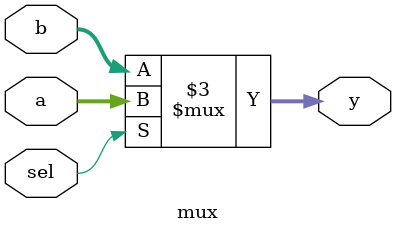
<source format=v>
module mux (
    input [15:0] a,
    input [15:0] b,
    input sel,
    output reg [15:0] y
);
always @(*) begin
    if (sel) y = a;
    else y = b;
end
endmodule
</source>
